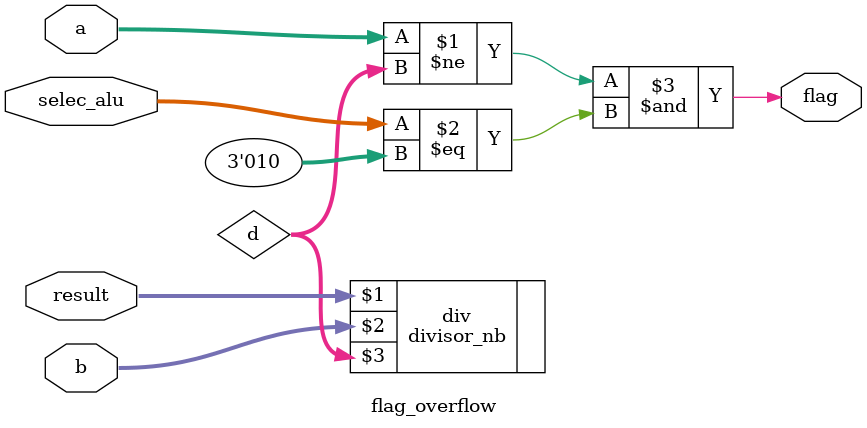
<source format=sv>
 module flag_overflow #(parameter N = 4)(input logic [N-1:0] a,b, result,
													  input logic [2:0] selec_alu,
														output logic flag );
					
wire[N-1:0] d;
divisor_nb #(N) div (result,b,d);					
assign flag = (a!=d) & (selec_alu==3'b010);

endmodule 
</source>
